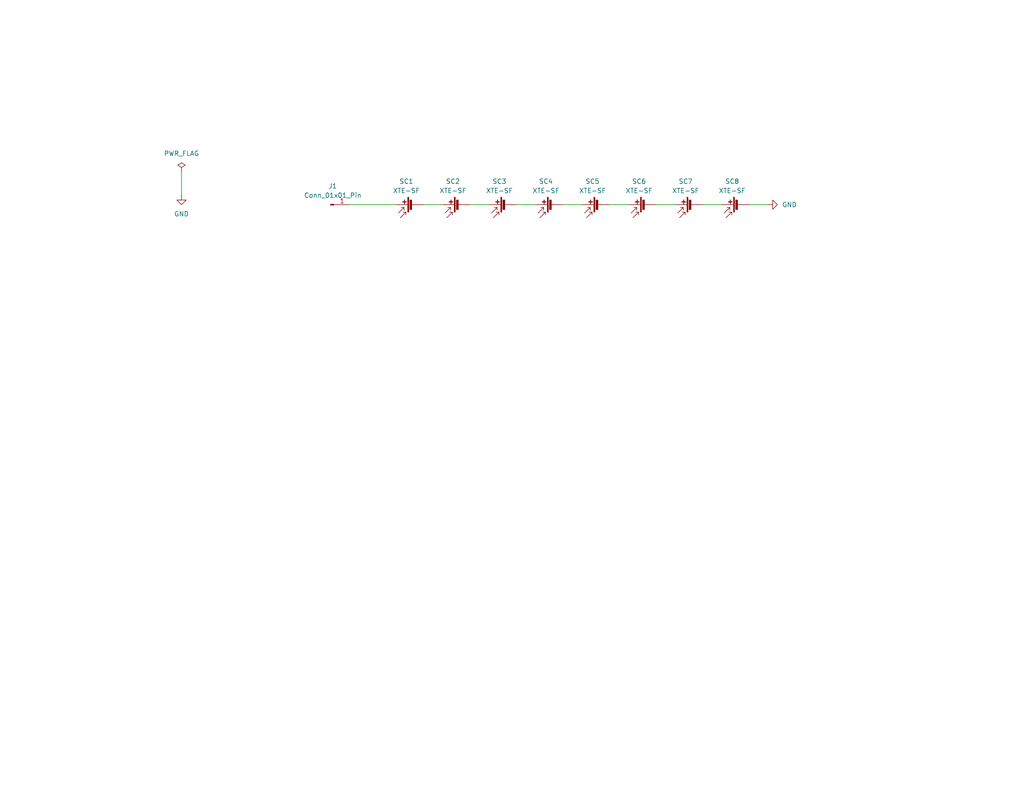
<source format=kicad_sch>
(kicad_sch (version 20250114) (generator "eeschema") (generator_version "9.0")
  (paper "A")
  (lib_symbols
    (symbol "Connector:Conn_01x01_Pin" (pin_names (offset 1.016) (hide yes))
      (property "Reference" "J" (at 0 2.54 0))
      (property "Value" "Conn_01x01_Pin" (at 0 -2.54 0))
      (symbol "Conn_01x01_Pin_1_1"
        (rectangle (start 0.8636 0.127) (end 0 -0.127) (stroke (width 0.1524)) (fill (type outline)))
        (polyline (pts (xy 1.27 0) (xy 0.8636 0)) (stroke (width 0.1524)))
        (pin passive line (at 5.08 0 180) (length 3.81) (name "Pin_1") (number "1"))
      )
    )
    (symbol "Device:XTE-SF" (pin_numbers (hide yes)) (pin_names (offset 0) (hide yes))
      (property "Reference" "SC" (at 2.54 2.54 0))
      (property "Value" "XTE-SF" (at 2.54 0 0))
      (symbol "XTE-SF_0_1"
        (polyline (pts (xy -2.032 3.048) (xy -2.032 2.286) (xy -2.794 2.286)))
        (polyline (pts (xy -2.032 2.286) (xy -3.556 3.81)))
        (rectangle (start -2.032 1.778) (end 2.032 1.524) (fill (type outline)))
        (rectangle (start -1.3208 1.1938) (end 1.27 0.6858) (fill (type outline)))
        (polyline (pts (xy -0.762 3.556) (xy -0.762 2.794) (xy -1.524 2.794)))
        (polyline (pts (xy -0.762 2.794) (xy -2.286 4.318)))
        (polyline (pts (xy 0 1.778) (xy 0 2.54)))
        (polyline (pts (xy 0 0.762) (xy 0 0)))
        (polyline (pts (xy 0.254 2.667) (xy 1.27 2.667)) (stroke (width 0.254)))
        (polyline (pts (xy 0.762 3.175) (xy 0.762 2.159)) (stroke (width 0.254)))
      )
      (symbol "XTE-SF_1_1"
        (pin passive line (at 0 5.08 270) (length 2.54) (name "+") (number "1"))
        (pin passive line (at 0 -2.54 90) (length 2.54) (name "-") (number "2"))
      )
    )
    (symbol "power:GND" (power) (pin_numbers (hide yes)) (pin_names (offset 0) (hide yes))
      (property "Value" "GND" (at 0 -3.81 0))
      (symbol "GND_0_1"
        (polyline (pts (xy 0 0) (xy 0 -1.27) (xy 1.27 -1.27) (xy 0 -2.54) (xy -1.27 -1.27) (xy 0 -1.27)))
      )
      (symbol "GND_1_1"
        (pin power_in line (at 0 0 270) (length 0) (name "~") (number "1"))
      )
    )
    (symbol "power:PWR_FLAG" (power) (pin_numbers (hide yes)) (pin_names (offset 0) (hide yes))
      (property "Value" "PWR_FLAG" (at 0 3.81 0))
      (symbol "PWR_FLAG_0_0"
        (pin power_out line (at 0 0 90) (length 0) (name "~") (number "1"))
      )
      (symbol "PWR_FLAG_0_1"
        (polyline (pts (xy 0 0) (xy 0 1.27) (xy -1.016 1.905) (xy 0 2.54) (xy 1.016 1.905) (xy 0 1.27)))
      )
    )
  )
  (wire (pts (xy 128.27 55.88) (xy 133.35 55.88)))
  (wire (pts (xy 166.37 55.88) (xy 171.45 55.88)))
  (wire (pts (xy 153.67 55.88) (xy 158.75 55.88)))
  (wire (pts (xy 204.47 55.88) (xy 209.55 55.88)))
  (wire (pts (xy 95.25 55.88) (xy 107.95 55.88)))
  (wire (pts (xy 179.07 55.88) (xy 184.15 55.88)))
  (wire (pts (xy 140.97 55.88) (xy 146.05 55.88)))
  (wire (pts (xy 49.53 46.99) (xy 49.53 53.34)))
  (wire (pts (xy 115.57 55.88) (xy 120.65 55.88)))
  (wire (pts (xy 191.77 55.88) (xy 196.85 55.88)))
  (symbol (lib_id "Device:XTE-SF") (at 176.53 55.88 90) (unit 1)
    (property "Reference" "SC6" (at 174.371 49.53 90))
    (property "Value" "XTE-SF" (at 174.371 52.07 90))
    (property "Footprint" "solar_cells:xte-sf" (effects (hide yes)))
    (property "Datasheet" "kicad-embed://XTE-SF Data Sheet _07.27.22.pdf" (effects (hide yes)))
    (property "Description" "Single solar cell" (effects (hide yes)))
  )
  (symbol (lib_id "Device:XTE-SF") (at 163.83 55.88 90) (unit 1)
    (property "Reference" "SC5" (at 161.671 49.53 90))
    (property "Value" "XTE-SF" (at 161.671 52.07 90))
    (property "Footprint" "solar_cells:xte-sf" (effects (hide yes)))
    (property "Datasheet" "kicad-embed://XTE-SF Data Sheet _07.27.22.pdf" (effects (hide yes)))
    (property "Description" "Single solar cell" (effects (hide yes)))
  )
  (symbol (lib_id "power:GND") (at 209.55 55.88 90) (unit 1)
    (property "Reference" "#PWR02" (effects (hide yes)))
    (property "Value" "GND" (at 213.36 55.8799 90) (effects (justify right)))
    (property "Description" "Power symbol creates a global label with name \"GND\" , ground" (effects (hide yes)))
  )
  (symbol (lib_id "Connector:Conn_01x01_Pin") (at 90.17 55.88 0) (unit 1)
    (property "Reference" "J1" (at 90.805 50.8 0))
    (property "Value" "Conn_01x01_Pin" (at 90.805 53.34 0))
    (property "Footprint" "Connector_Wire:SolderWirePad_1x01_SMD_5x10mm" (effects (hide yes)))
    (property "Description" "Generic connector, single row, 01x01, script generated" (effects (hide yes)))
  )
  (symbol (lib_id "Device:XTE-SF") (at 138.43 55.88 90) (unit 1)
    (property "Reference" "SC3" (at 136.271 49.53 90))
    (property "Value" "XTE-SF" (at 136.271 52.07 90))
    (property "Footprint" "solar_cells:xte-sf" (effects (hide yes)))
    (property "Datasheet" "kicad-embed://XTE-SF Data Sheet _07.27.22.pdf" (effects (hide yes)))
    (property "Description" "Single solar cell" (effects (hide yes)))
  )
  (symbol (lib_id "power:GND") (at 49.53 53.34 0) (unit 1)
    (property "Reference" "#PWR01" (effects (hide yes)))
    (property "Value" "GND" (at 49.53 58.42 0))
    (property "Description" "Power symbol creates a global label with name \"GND\" , ground" (effects (hide yes)))
  )
  (symbol (lib_id "Device:XTE-SF") (at 151.13 55.88 90) (unit 1)
    (property "Reference" "SC4" (at 148.971 49.53 90))
    (property "Value" "XTE-SF" (at 148.971 52.07 90))
    (property "Footprint" "solar_cells:xte-sf" (effects (hide yes)))
    (property "Datasheet" "kicad-embed://XTE-SF Data Sheet _07.27.22.pdf" (effects (hide yes)))
    (property "Description" "Single solar cell" (effects (hide yes)))
  )
  (symbol (lib_id "Device:XTE-SF") (at 125.73 55.88 90) (unit 1)
    (property "Reference" "SC2" (at 123.571 49.53 90))
    (property "Value" "XTE-SF" (at 123.571 52.07 90))
    (property "Footprint" "solar_cells:xte-sf" (effects (hide yes)))
    (property "Datasheet" "kicad-embed://XTE-SF Data Sheet _07.27.22.pdf" (effects (hide yes)))
    (property "Description" "Single solar cell" (effects (hide yes)))
  )
  (symbol (lib_id "Device:XTE-SF") (at 113.03 55.88 90) (unit 1)
    (property "Reference" "SC1" (at 110.871 49.53 90))
    (property "Value" "XTE-SF" (at 110.871 52.07 90))
    (property "Footprint" "solar_cells:xte-sf" (effects (hide yes)))
    (property "Datasheet" "kicad-embed://XTE-SF Data Sheet _07.27.22.pdf" (effects (hide yes)))
    (property "Description" "Single solar cell" (effects (hide yes)))
  )
  (symbol (lib_id "Device:XTE-SF") (at 201.93 55.88 90) (unit 1)
    (property "Reference" "SC8" (at 199.771 49.53 90))
    (property "Value" "XTE-SF" (at 199.771 52.07 90))
    (property "Footprint" "solar_cells:xte-sf" (effects (hide yes)))
    (property "Datasheet" "kicad-embed://XTE-SF Data Sheet _07.27.22.pdf" (effects (hide yes)))
    (property "Description" "Single solar cell" (effects (hide yes)))
  )
  (symbol (lib_id "power:PWR_FLAG") (at 49.53 46.99 0) (unit 1)
    (property "Reference" "#FLG01" (effects (hide yes)))
    (property "Value" "PWR_FLAG" (at 49.53 41.91 0))
    (property "Description" "Special symbol for telling ERC where power comes from" (effects (hide yes)))
  )
  (symbol (lib_id "Device:XTE-SF") (at 189.23 55.88 90) (unit 1)
    (property "Reference" "SC7" (at 187.071 49.53 90))
    (property "Value" "XTE-SF" (at 187.071 52.07 90))
    (property "Footprint" "solar_cells:xte-sf" (effects (hide yes)))
    (property "Datasheet" "kicad-embed://XTE-SF Data Sheet _07.27.22.pdf" (effects (hide yes)))
    (property "Description" "Single solar cell" (effects (hide yes)))
  )
)
</source>
